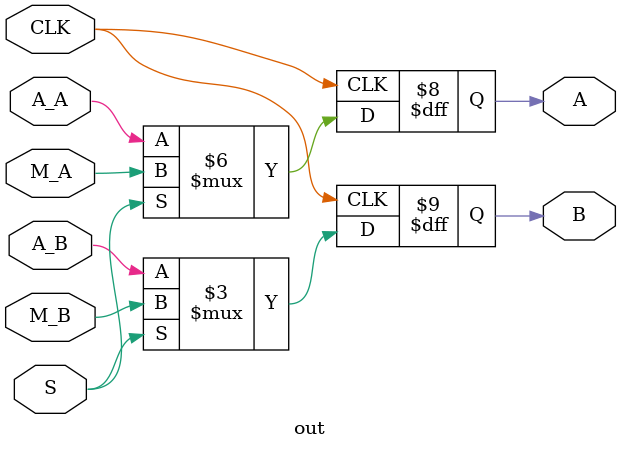
<source format=v>
module out(S, CLK, A_A, A_B, M_A, M_B, A, B);
  input  S, CLK, A_A, A_B, M_A, M_B;
  output reg A, B;

  always @(posedge CLK)begin
    if (S) begin
      A = M_A;
      B = M_B;  
    end
    else begin
      A = A_A;
      B = A_B;
    end
  end

endmodule
</source>
